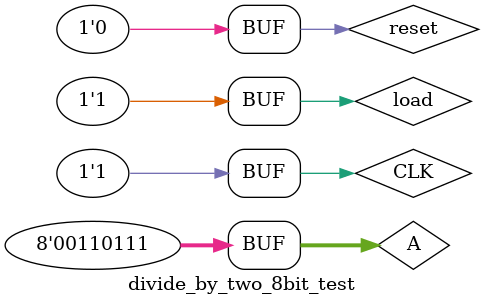
<source format=v>
`timescale 1ns / 1ps


module divide_by_two_8bit_test;

	// Inputs
	reg load;
	reg CLK;
	reg reset;

	// Outputs
	wire [3:0] q;
	wire [3:0] qbar;

	// Instantiate counter
	bin_counter counter (
		.q(q), 
		.qbar(qbar), 
		.load(load), 
		.clk(CLK), 
		.reset(reset)
	);

	// Inputs
	reg [7:0] A;

	// Outputs
	wire [7:0] OUT;

	// Instantiate the Unit Under Test (UUT)
	divide_by_two_8bit uut (
		.Q(q),
		.A(A),
		.RESET(reset),
		.OUT(OUT)
	);

	initial begin
		// Initialize Inputs
		A = 0;
		CLK = 0;
		load = 1;
		reset = 1;

		// Wait 100 ns for global reset to finish
		#100;
		reset = 0;
      
		// Add stimulus here
		#1
		A = 55;
		#1
		CLK = !CLK;
		#1
		CLK = !CLK;
				#1
		CLK = !CLK;
				#1
		CLK = !CLK;
				#1
		CLK = !CLK;
				#1
		CLK = !CLK;
				#1
		CLK = !CLK;
				#1
		CLK = !CLK;
				#1
		CLK = !CLK;
				#1
		CLK = !CLK;
				#1
		CLK = !CLK;
		
		
	end
      
endmodule


</source>
